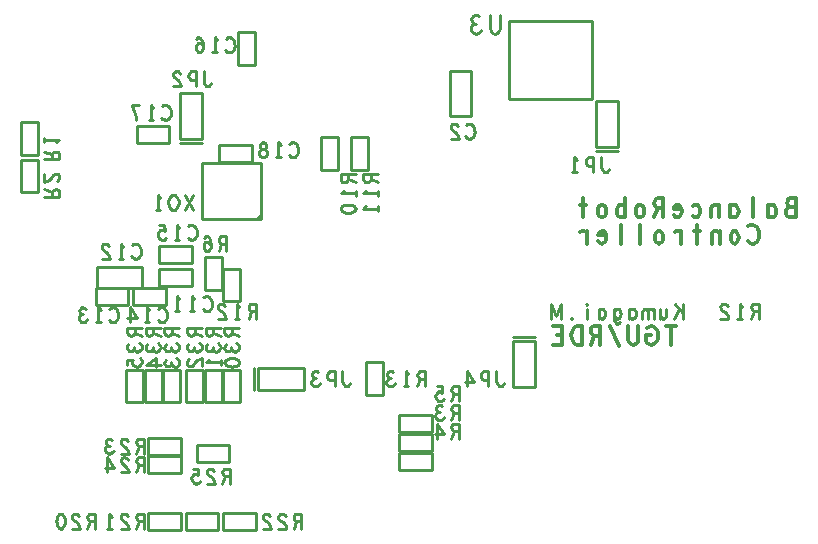
<source format=gbo>
G04 ================== begin FILE IDENTIFICATION RECORD ==================*
G04 Layout Name:  C:/HOME/KUMAGAI/DEVELOP/ORCAD/BALANCECONT_R12/allegro/BalanceCont.brd*
G04 Film Name:    GB_BalanceCont.GBO*
G04 File Format:  Gerber RS274X*
G04 File Origin:  Cadence Allegro 16.6-S014*
G04 Origin Date:  Thu Feb 25 10:40:31 2016*
G04 *
G04 Layer:  USER PART NUMBER/SILKSCREEN_BOTTOM*
G04 Layer:  TOLERANCE/SILKSCREEN_BOTTOM*
G04 Layer:  REF DES/SILKSCREEN_BOTTOM*
G04 Layer:  PACKAGE GEOMETRY/SILKSCREEN_BOTTOM*
G04 Layer:  DEVICE TYPE/SILKSCREEN_BOTTOM*
G04 Layer:  COMPONENT VALUE/SILKSCREEN_BOTTOM*
G04 Layer:  BOARD GEOMETRY/SILKSCREEN_BOTTOM*
G04 *
G04 Offset:    (0.0000 0.0000)*
G04 Mirror:    No*
G04 Mode:      Positive*
G04 Rotation:  0*
G04 FullContactRelief:  No*
G04 UndefLineWidth:     0.0000*
G04 ================== end FILE IDENTIFICATION RECORD ====================*
%FSLAX25Y25*MOMM*%
%IR0*IPPOS*OFA0.00000B0.00000*MIA0B0*SFA1.00000B1.00000*%
%ADD10C,.305*%
%ADD11C,.254*%
G75*
%LPD*%
G75*
G54D10*
G01X2385060Y-443230D02*
Y-603250D01*
G01X2430820Y-443230D02*
X2339300D01*
G01X2213100Y-523240D02*
X2173310D01*
Y-571250D01*
X2185250Y-587250D01*
X2199170Y-597920D01*
X2219070Y-603250D01*
X2238970Y-597920D01*
X2252890Y-587250D01*
X2264830Y-571250D01*
X2272790Y-552580D01*
X2276770Y-531240D01*
Y-512570D01*
X2272790Y-496570D01*
X2264830Y-477900D01*
X2252890Y-461900D01*
X2240960Y-451230D01*
X2225040Y-443230D01*
X2211110D01*
X2195200Y-448560D01*
X2183260Y-459230D01*
G01X2108790Y-443230D02*
Y-557910D01*
X2100840Y-581920D01*
X2084920Y-597920D01*
X2065020Y-603250D01*
X2045120Y-597920D01*
X2029200Y-581920D01*
X2021250Y-557910D01*
Y-443230D01*
G01X1940820Y-608580D02*
X1869180Y-443230D01*
G01X1784770Y-603250D02*
Y-443230D01*
X1735030D01*
X1719110Y-451230D01*
X1709160Y-461900D01*
X1705190Y-483240D01*
X1709160Y-504570D01*
X1721100Y-517900D01*
X1735030Y-525910D01*
X1784770D01*
G01X1735030D02*
X1705190Y-603250D01*
G01X1628730D02*
Y-443230D01*
X1588940D01*
X1573020Y-451230D01*
X1561080Y-461900D01*
X1551130Y-477900D01*
X1543180Y-496570D01*
X1541190Y-523240D01*
X1543180Y-549910D01*
X1551130Y-568580D01*
X1561080Y-584580D01*
X1573020Y-595250D01*
X1588940Y-603250D01*
X1628730D01*
G01X1385150D02*
X1464730D01*
Y-443230D01*
X1385150D01*
G01X1416980Y-520570D02*
X1464730D01*
G01X3385140Y561600D02*
X3377180Y569590D01*
X3371220Y582930D01*
X3367230Y601600D01*
X3371220Y617600D01*
X3379170Y628270D01*
X3393100Y636270D01*
X3446820D01*
Y476250D01*
X3381160D01*
X3367230Y486920D01*
X3359280Y502920D01*
X3355300Y521590D01*
X3359280Y540250D01*
X3371220Y556260D01*
X3385140Y561600D01*
X3446820D01*
G01X3205220Y476250D02*
Y582930D01*
G01Y564260D02*
X3213190Y574930D01*
X3225120Y580260D01*
X3239050Y582930D01*
X3252980Y577590D01*
X3264920Y566930D01*
X3272880Y550920D01*
X3276860Y529590D01*
X3272880Y508250D01*
X3264920Y492250D01*
X3252980Y481580D01*
X3239050Y476250D01*
X3225120Y478920D01*
X3213190Y486920D01*
X3205220Y497580D01*
G01X3081020Y476250D02*
Y636270D01*
G01X2885180Y476250D02*
Y582930D01*
G01Y564260D02*
X2893150Y574930D01*
X2905080Y580260D01*
X2919010Y582930D01*
X2932940Y577590D01*
X2944880Y566930D01*
X2952840Y550920D01*
X2956820Y529590D01*
X2952840Y508250D01*
X2944880Y492250D01*
X2932940Y481580D01*
X2919010Y476250D01*
X2905080Y478920D01*
X2893150Y486920D01*
X2885180Y497580D01*
G01X2794810Y476250D02*
Y582930D01*
G01Y556260D02*
X2786850Y569590D01*
X2774910Y580260D01*
X2758990Y582930D01*
X2745060Y580260D01*
X2733130Y569590D01*
X2727150Y550920D01*
Y476250D01*
G01X2569130Y569590D02*
X2583050Y580260D01*
X2594990Y582930D01*
X2610910Y577590D01*
X2622850Y566930D01*
X2630800Y548260D01*
X2632800Y529590D01*
X2630800Y510920D01*
X2622850Y494920D01*
X2610910Y481580D01*
X2594990Y476250D01*
X2581060Y481580D01*
X2569130Y492250D01*
G01X2470780Y548260D02*
X2407110D01*
X2413090Y566930D01*
X2423030Y577590D01*
X2436960Y582930D01*
X2450890Y580260D01*
X2462830Y572260D01*
X2470780Y553590D01*
X2474770Y537590D01*
Y521590D01*
X2470780Y505590D01*
X2460840Y489580D01*
X2448900Y478920D01*
X2434970Y476250D01*
X2421040Y481580D01*
X2407110Y497580D01*
G01X2320710Y476250D02*
Y636270D01*
X2270970D01*
X2255050Y628270D01*
X2245100Y617600D01*
X2241130Y596260D01*
X2245100Y574930D01*
X2257040Y561600D01*
X2270970Y553590D01*
X2320710D01*
G01X2270970D02*
X2241130Y476250D01*
G01X2120900D02*
X2132840Y478920D01*
X2144780Y489580D01*
X2152740Y508250D01*
X2156720Y529590D01*
X2152740Y550920D01*
X2144780Y569590D01*
X2132840Y580260D01*
X2120900Y582930D01*
X2108960Y580260D01*
X2097020Y569590D01*
X2089070Y550920D01*
X2087070Y529590D01*
X2089070Y508250D01*
X2097020Y489580D01*
X2108960Y478920D01*
X2120900Y476250D01*
G01X1996700D02*
Y636270D01*
G01Y556260D02*
X1986750Y572260D01*
X1974810Y580260D01*
X1962870Y582930D01*
X1944960Y577590D01*
X1933030Y566930D01*
X1925060Y548260D01*
Y526920D01*
X1929050Y505590D01*
X1937000Y489580D01*
X1950930Y478920D01*
X1962870Y476250D01*
X1974810Y478920D01*
X1986750Y486920D01*
X1996700Y500250D01*
G01X1800860Y476250D02*
X1812800Y478920D01*
X1824740Y489580D01*
X1832700Y508250D01*
X1836680Y529590D01*
X1832700Y550920D01*
X1824740Y569590D01*
X1812800Y580260D01*
X1800860Y582930D01*
X1788920Y580260D01*
X1776980Y569590D01*
X1769030Y550920D01*
X1767030Y529590D01*
X1769030Y508250D01*
X1776980Y489580D01*
X1788920Y478920D01*
X1800860Y476250D01*
G01X1640840Y636270D02*
Y476250D01*
G01X1668690Y582930D02*
X1612990D01*
G01X3039790Y400680D02*
X3051730Y408690D01*
X3065650Y414020D01*
X3081570D01*
X3099480Y406020D01*
X3113400Y392680D01*
X3123350Y376680D01*
X3131310Y350010D01*
X3133300Y326010D01*
X3129320Y302010D01*
X3123350Y286000D01*
X3111410Y270000D01*
X3097490Y259330D01*
X3083560Y254000D01*
X3069630D01*
X3055710Y259330D01*
X3043770Y267330D01*
X3033820Y278000D01*
G01X2923540Y254000D02*
X2935480Y256670D01*
X2947420Y267330D01*
X2955380Y286000D01*
X2959360Y307340D01*
X2955380Y328670D01*
X2947420Y347340D01*
X2935480Y358010D01*
X2923540Y360680D01*
X2911600Y358010D01*
X2899660Y347340D01*
X2891710Y328670D01*
X2889710Y307340D01*
X2891710Y286000D01*
X2899660Y267330D01*
X2911600Y256670D01*
X2923540Y254000D01*
G01X2797350D02*
Y360680D01*
G01Y334010D02*
X2789390Y347340D01*
X2777450Y358010D01*
X2761530Y360680D01*
X2747600Y358010D01*
X2735670Y347340D01*
X2729690Y328670D01*
Y254000D01*
G01X2603500Y414020D02*
Y254000D01*
G01X2631350Y360680D02*
X2575650D01*
G01X2471330Y254000D02*
Y360680D01*
G01Y339350D02*
X2461390Y350010D01*
X2451440Y358010D01*
X2437510Y360680D01*
X2427560Y358010D01*
X2415630Y350010D01*
G01X2283460Y254000D02*
X2295400Y256670D01*
X2307340Y267330D01*
X2315300Y286000D01*
X2319280Y307340D01*
X2315300Y328670D01*
X2307340Y347340D01*
X2295400Y358010D01*
X2283460Y360680D01*
X2271520Y358010D01*
X2259580Y347340D01*
X2251630Y328670D01*
X2249630Y307340D01*
X2251630Y286000D01*
X2259580Y267330D01*
X2271520Y256670D01*
X2283460Y254000D01*
G01X2123440D02*
Y414020D01*
G01X1963420Y254000D02*
Y414020D01*
G01X1833240Y326010D02*
X1769570D01*
X1775550Y344680D01*
X1785490Y355340D01*
X1799420Y360680D01*
X1813350Y358010D01*
X1825290Y350010D01*
X1833240Y331340D01*
X1837230Y315340D01*
Y299340D01*
X1833240Y283340D01*
X1823300Y267330D01*
X1811360Y256670D01*
X1797430Y254000D01*
X1783500Y259330D01*
X1769570Y275330D01*
G01X1671230Y254000D02*
Y360680D01*
G01Y339350D02*
X1661290Y350010D01*
X1651340Y358010D01*
X1637410Y360680D01*
X1627460Y358010D01*
X1615530Y350010D01*
G54D11*
G01X-2492590Y-2159000D02*
Y-2032000D01*
X-2532800D01*
X-2545670Y-2038350D01*
X-2553720Y-2046820D01*
X-2556930Y-2063750D01*
X-2553720Y-2080680D01*
X-2544060Y-2091270D01*
X-2532800Y-2097620D01*
X-2492590D01*
G01X-2532800D02*
X-2556930Y-2159000D01*
G01X-2623730Y-2053170D02*
X-2633390Y-2040470D01*
X-2644650Y-2034120D01*
X-2657520Y-2032000D01*
X-2673600Y-2036230D01*
X-2684870Y-2046820D01*
X-2688080Y-2059510D01*
X-2686470Y-2072220D01*
X-2680040Y-2082800D01*
X-2647870Y-2103970D01*
X-2633390Y-2118780D01*
X-2623730Y-2139950D01*
X-2620520Y-2159000D01*
X-2688080D01*
G01X-2783840Y-2032000D02*
X-2770970Y-2036230D01*
X-2761320Y-2046820D01*
X-2754880Y-2059510D01*
X-2750060Y-2076450D01*
X-2748450Y-2095500D01*
X-2750060Y-2114550D01*
X-2754880Y-2131490D01*
X-2761320Y-2144190D01*
X-2770970Y-2154770D01*
X-2783840Y-2159000D01*
X-2796710Y-2154770D01*
X-2806360Y-2144190D01*
X-2812800Y-2131490D01*
X-2817620Y-2114550D01*
X-2819230Y-2095500D01*
X-2817620Y-2076450D01*
X-2812800Y-2059510D01*
X-2806360Y-2046820D01*
X-2796710Y-2036230D01*
X-2783840Y-2032000D01*
G01X-2079840Y-2159000D02*
Y-2032000D01*
X-2120050D01*
X-2132920Y-2038350D01*
X-2140970Y-2046820D01*
X-2144180Y-2063750D01*
X-2140970Y-2080680D01*
X-2131310Y-2091270D01*
X-2120050Y-2097620D01*
X-2079840D01*
G01X-2120050D02*
X-2144180Y-2159000D01*
G01X-2210980Y-2053170D02*
X-2220640Y-2040470D01*
X-2231900Y-2034120D01*
X-2244770Y-2032000D01*
X-2260850Y-2036230D01*
X-2272120Y-2046820D01*
X-2275330Y-2059510D01*
X-2273720Y-2072220D01*
X-2267290Y-2082800D01*
X-2235120Y-2103970D01*
X-2220640Y-2118780D01*
X-2210980Y-2139950D01*
X-2207770Y-2159000D01*
X-2275330D01*
G01X-2371090D02*
Y-2032000D01*
X-2351790Y-2057400D01*
G01Y-2159000D02*
X-2390390D01*
G01X-2079840Y-1682750D02*
Y-1555750D01*
X-2120050D01*
X-2132920Y-1562100D01*
X-2140970Y-1570570D01*
X-2144180Y-1587500D01*
X-2140970Y-1604430D01*
X-2131310Y-1615020D01*
X-2120050Y-1621370D01*
X-2079840D01*
G01X-2120050D02*
X-2144180Y-1682750D01*
G01X-2210980Y-1576920D02*
X-2220640Y-1564220D01*
X-2231900Y-1557870D01*
X-2244770Y-1555750D01*
X-2260850Y-1559980D01*
X-2272120Y-1570570D01*
X-2275330Y-1583260D01*
X-2273720Y-1595970D01*
X-2267290Y-1606550D01*
X-2235120Y-1627720D01*
X-2220640Y-1642530D01*
X-2210980Y-1663700D01*
X-2207770Y-1682750D01*
X-2275330D01*
G01X-2390390D02*
Y-1555750D01*
X-2330870Y-1646770D01*
X-2411310D01*
G01X-2079840Y-1524000D02*
Y-1397000D01*
X-2120050D01*
X-2132920Y-1403350D01*
X-2140970Y-1411820D01*
X-2144180Y-1428750D01*
X-2140970Y-1445680D01*
X-2131310Y-1456270D01*
X-2120050Y-1462620D01*
X-2079840D01*
G01X-2120050D02*
X-2144180Y-1524000D01*
G01X-2210980Y-1418170D02*
X-2220640Y-1405470D01*
X-2231900Y-1399120D01*
X-2244770Y-1397000D01*
X-2260850Y-1401230D01*
X-2272120Y-1411820D01*
X-2275330Y-1424510D01*
X-2273720Y-1437220D01*
X-2267290Y-1447800D01*
X-2235120Y-1468970D01*
X-2220640Y-1483780D01*
X-2210980Y-1504950D01*
X-2207770Y-1524000D01*
X-2275330D01*
G01X-2335700Y-1498600D02*
X-2345350Y-1513420D01*
X-2358220Y-1521880D01*
X-2372700Y-1524000D01*
X-2385570Y-1521880D01*
X-2398440Y-1511300D01*
X-2406480Y-1498600D01*
X-2408090Y-1485900D01*
X-2404870Y-1471090D01*
X-2393610Y-1460500D01*
X-2382350Y-1456270D01*
X-2367870D01*
G01X-2382350D02*
X-2392000Y-1449920D01*
X-2400050Y-1439340D01*
X-2403260Y-1426630D01*
X-2400050Y-1413930D01*
X-2392000Y-1403350D01*
X-2377520Y-1397000D01*
X-2363050Y-1399120D01*
X-2348570Y-1407580D01*
G01X-2479040Y54610D02*
X-2092960D01*
Y-118110D01*
X-2479040D01*
Y54610D01*
G01X-2369650Y-296330D02*
X-2360000Y-289980D01*
X-2348740Y-285750D01*
X-2335870D01*
X-2321390Y-292100D01*
X-2310130Y-302680D01*
X-2302090Y-315380D01*
X-2295650Y-336550D01*
X-2294040Y-355600D01*
X-2297260Y-374650D01*
X-2302090Y-387350D01*
X-2311740Y-400050D01*
X-2323000Y-408520D01*
X-2334260Y-412750D01*
X-2345520D01*
X-2356780Y-408520D01*
X-2366430Y-402170D01*
X-2374480Y-393700D01*
G01X-2463800Y-412750D02*
Y-285750D01*
X-2444500Y-311150D01*
G01Y-412750D02*
X-2483100D01*
G01X-2557950Y-387350D02*
X-2567600Y-402170D01*
X-2580470Y-410630D01*
X-2594950Y-412750D01*
X-2607820Y-410630D01*
X-2620690Y-400050D01*
X-2628730Y-387350D01*
X-2630340Y-374650D01*
X-2627120Y-359840D01*
X-2615860Y-349250D01*
X-2604600Y-345020D01*
X-2590120D01*
G01X-2604600D02*
X-2614250Y-338670D01*
X-2622300Y-328090D01*
X-2625510Y-315380D01*
X-2622300Y-302680D01*
X-2614250Y-292100D01*
X-2599770Y-285750D01*
X-2585300Y-287870D01*
X-2570820Y-296330D01*
G01X-2486660Y-119380D02*
X-2212340D01*
Y-261620D01*
X-2486660D01*
Y-119380D01*
G01X-2179150Y243420D02*
X-2169500Y249770D01*
X-2158240Y254000D01*
X-2145370D01*
X-2130890Y247650D01*
X-2119630Y237070D01*
X-2111590Y224370D01*
X-2105150Y203200D01*
X-2103540Y184150D01*
X-2106760Y165100D01*
X-2111590Y152400D01*
X-2121240Y139700D01*
X-2132500Y131230D01*
X-2143760Y127000D01*
X-2155020D01*
X-2166280Y131230D01*
X-2175930Y137580D01*
X-2183980Y146050D01*
G01X-2273300Y127000D02*
Y254000D01*
X-2254000Y228600D01*
G01Y127000D02*
X-2292600D01*
G01X-2372270Y232830D02*
X-2381930Y245530D01*
X-2393190Y251880D01*
X-2406060Y254000D01*
X-2422140Y249770D01*
X-2433410Y239180D01*
X-2436620Y226490D01*
X-2435010Y213780D01*
X-2428580Y203200D01*
X-2396410Y182030D01*
X-2381930Y167220D01*
X-2372270Y146050D01*
X-2369060Y127000D01*
X-2436620D01*
G01X-2921000Y651090D02*
X-2794000D01*
Y691300D01*
X-2800350Y704170D01*
X-2808820Y712220D01*
X-2825750Y715430D01*
X-2842680Y712220D01*
X-2853270Y702560D01*
X-2859620Y691300D01*
Y651090D01*
G01Y691300D02*
X-2921000Y715430D01*
G01X-2815170Y782230D02*
X-2802470Y791890D01*
X-2796120Y803150D01*
X-2794000Y816020D01*
X-2798230Y832100D01*
X-2808820Y843370D01*
X-2821510Y846580D01*
X-2834220Y844970D01*
X-2844800Y838540D01*
X-2865970Y806370D01*
X-2880780Y791890D01*
X-2901950Y782230D01*
X-2921000Y779020D01*
Y846580D01*
G01Y968590D02*
X-2794000D01*
Y1008800D01*
X-2800350Y1021670D01*
X-2808820Y1029720D01*
X-2825750Y1032930D01*
X-2842680Y1029720D01*
X-2853270Y1020060D01*
X-2859620Y1008800D01*
Y968590D01*
G01Y1008800D02*
X-2921000Y1032930D01*
G01Y1130300D02*
X-2794000D01*
X-2819400Y1111000D01*
G01X-2921000D02*
Y1149600D01*
G01X-2976880Y1280160D02*
Y1005840D01*
X-3119120D01*
Y1280160D01*
X-2976880D01*
G01X-3119120Y688340D02*
Y962660D01*
X-2976880D01*
Y688340D01*
X-3119120D01*
G01X-1767840Y-2166620D02*
X-2042160D01*
Y-2024380D01*
X-1767840D01*
Y-2166620D01*
G01X-1450340D02*
X-1724660D01*
Y-2024380D01*
X-1450340D01*
Y-2166620D01*
G01X-2042160Y-1548130D02*
X-1767840D01*
Y-1690370D01*
X-2042160D01*
Y-1548130D01*
G01X-1349590Y-1778000D02*
Y-1651000D01*
X-1389800D01*
X-1402670Y-1657350D01*
X-1410720Y-1665820D01*
X-1413930Y-1682750D01*
X-1410720Y-1699680D01*
X-1401060Y-1710270D01*
X-1389800Y-1716620D01*
X-1349590D01*
G01X-1389800D02*
X-1413930Y-1778000D01*
G01X-1480730Y-1672170D02*
X-1490390Y-1659470D01*
X-1501650Y-1653120D01*
X-1514520Y-1651000D01*
X-1530600Y-1655230D01*
X-1541870Y-1665820D01*
X-1545080Y-1678510D01*
X-1543470Y-1691220D01*
X-1537040Y-1701800D01*
X-1504870Y-1722970D01*
X-1490390Y-1737780D01*
X-1480730Y-1758950D01*
X-1477520Y-1778000D01*
X-1545080D01*
G01X-1605450Y-1758950D02*
X-1615100Y-1769540D01*
X-1626360Y-1775880D01*
X-1640840Y-1778000D01*
X-1655320Y-1773770D01*
X-1666580Y-1765300D01*
X-1674620Y-1750490D01*
X-1676230Y-1733550D01*
X-1673010Y-1716620D01*
X-1664970Y-1706030D01*
X-1653710Y-1697570D01*
X-1642450Y-1695450D01*
X-1631190Y-1697570D01*
X-1616710Y-1706030D01*
X-1621540Y-1651000D01*
X-1664970D01*
G01X-1767840Y-1531620D02*
X-2042160D01*
Y-1389380D01*
X-1767840D01*
Y-1531620D01*
G01X-1629410Y-1452880D02*
X-1355090D01*
Y-1595120D01*
X-1629410D01*
Y-1452880D01*
G01X-1579880Y-815340D02*
Y-1089660D01*
X-1722120D01*
Y-815340D01*
X-1579880D01*
G01X-1770380D02*
Y-1089660D01*
X-1912620D01*
Y-815340D01*
X-1770380D01*
G01X-1929130D02*
Y-1089660D01*
X-2071370D01*
Y-815340D01*
X-1929130D01*
G01X-2087880D02*
Y-1089660D01*
X-2230120D01*
Y-815340D01*
X-2087880D01*
G01X-1587500Y-460590D02*
X-1714500D01*
Y-500800D01*
X-1708150Y-513670D01*
X-1699680Y-521720D01*
X-1682750Y-524930D01*
X-1665820Y-521720D01*
X-1655230Y-512060D01*
X-1648880Y-500800D01*
Y-460590D01*
G01Y-500800D02*
X-1587500Y-524930D01*
G01X-1612900Y-586910D02*
X-1598080Y-596560D01*
X-1589620Y-609430D01*
X-1587500Y-623910D01*
X-1589620Y-636780D01*
X-1600200Y-649650D01*
X-1612900Y-657690D01*
X-1625600Y-659300D01*
X-1640410Y-656080D01*
X-1651000Y-644820D01*
X-1655230Y-633560D01*
Y-619080D01*
G01Y-633560D02*
X-1661580Y-643210D01*
X-1672160Y-651260D01*
X-1684870Y-654470D01*
X-1697570Y-651260D01*
X-1708150Y-643210D01*
X-1714500Y-628730D01*
X-1712380Y-614260D01*
X-1703920Y-599780D01*
G01X-1693330Y-721270D02*
X-1706030Y-730930D01*
X-1712380Y-742190D01*
X-1714500Y-755060D01*
X-1710270Y-771140D01*
X-1699680Y-782410D01*
X-1686990Y-785620D01*
X-1674280Y-784010D01*
X-1663700Y-777580D01*
X-1642530Y-745410D01*
X-1627720Y-730930D01*
X-1606550Y-721270D01*
X-1587500Y-718060D01*
Y-785620D01*
G01X-1778000Y-460590D02*
X-1905000D01*
Y-500800D01*
X-1898650Y-513670D01*
X-1890180Y-521720D01*
X-1873250Y-524930D01*
X-1856320Y-521720D01*
X-1845730Y-512060D01*
X-1839380Y-500800D01*
Y-460590D01*
G01Y-500800D02*
X-1778000Y-524930D01*
G01X-1803400Y-586910D02*
X-1788580Y-596560D01*
X-1780120Y-609430D01*
X-1778000Y-623910D01*
X-1780120Y-636780D01*
X-1790700Y-649650D01*
X-1803400Y-657690D01*
X-1816100Y-659300D01*
X-1830910Y-656080D01*
X-1841500Y-644820D01*
X-1845730Y-633560D01*
Y-619080D01*
G01Y-633560D02*
X-1852080Y-643210D01*
X-1862660Y-651260D01*
X-1875370Y-654470D01*
X-1888070Y-651260D01*
X-1898650Y-643210D01*
X-1905000Y-628730D01*
X-1902880Y-614260D01*
X-1894420Y-599780D01*
G01X-1803400Y-716450D02*
X-1788580Y-726100D01*
X-1780120Y-738970D01*
X-1778000Y-753450D01*
X-1780120Y-766320D01*
X-1790700Y-779190D01*
X-1803400Y-787230D01*
X-1816100Y-788840D01*
X-1830910Y-785620D01*
X-1841500Y-774360D01*
X-1845730Y-763100D01*
Y-748620D01*
G01Y-763100D02*
X-1852080Y-772750D01*
X-1862660Y-780800D01*
X-1875370Y-784010D01*
X-1888070Y-780800D01*
X-1898650Y-772750D01*
X-1905000Y-758270D01*
X-1902880Y-743800D01*
X-1894420Y-729320D01*
G01X-1936750Y-460590D02*
X-2063750D01*
Y-500800D01*
X-2057400Y-513670D01*
X-2048930Y-521720D01*
X-2032000Y-524930D01*
X-2015070Y-521720D01*
X-2004480Y-512060D01*
X-1998130Y-500800D01*
Y-460590D01*
G01Y-500800D02*
X-1936750Y-524930D01*
G01X-1962150Y-586910D02*
X-1947330Y-596560D01*
X-1938870Y-609430D01*
X-1936750Y-623910D01*
X-1938870Y-636780D01*
X-1949450Y-649650D01*
X-1962150Y-657690D01*
X-1974850Y-659300D01*
X-1989660Y-656080D01*
X-2000250Y-644820D01*
X-2004480Y-633560D01*
Y-619080D01*
G01Y-633560D02*
X-2010830Y-643210D01*
X-2021410Y-651260D01*
X-2034120Y-654470D01*
X-2046820Y-651260D01*
X-2057400Y-643210D01*
X-2063750Y-628730D01*
X-2061630Y-614260D01*
X-2053170Y-599780D01*
G01X-1936750Y-771140D02*
X-2063750D01*
X-1972730Y-711620D01*
Y-792060D01*
G01X-2095500Y-460590D02*
X-2222500D01*
Y-500800D01*
X-2216150Y-513670D01*
X-2207680Y-521720D01*
X-2190750Y-524930D01*
X-2173820Y-521720D01*
X-2163230Y-512060D01*
X-2156880Y-500800D01*
Y-460590D01*
G01Y-500800D02*
X-2095500Y-524930D01*
G01X-2120900Y-586910D02*
X-2106080Y-596560D01*
X-2097620Y-609430D01*
X-2095500Y-623910D01*
X-2097620Y-636780D01*
X-2108200Y-649650D01*
X-2120900Y-657690D01*
X-2133600Y-659300D01*
X-2148410Y-656080D01*
X-2159000Y-644820D01*
X-2163230Y-633560D01*
Y-619080D01*
G01Y-633560D02*
X-2169580Y-643210D01*
X-2180160Y-651260D01*
X-2192870Y-654470D01*
X-2205570Y-651260D01*
X-2216150Y-643210D01*
X-2222500Y-628730D01*
X-2220380Y-614260D01*
X-2211920Y-599780D01*
G01X-2114550Y-716450D02*
X-2103960Y-726100D01*
X-2097620Y-737360D01*
X-2095500Y-751840D01*
X-2099730Y-766320D01*
X-2108200Y-777580D01*
X-2123010Y-785620D01*
X-2139950Y-787230D01*
X-2156880Y-784010D01*
X-2167470Y-775970D01*
X-2175930Y-764710D01*
X-2178050Y-753450D01*
X-2175930Y-742190D01*
X-2167470Y-727710D01*
X-2222500Y-732540D01*
Y-775970D01*
G01X-1956900Y-296330D02*
X-1947250Y-289980D01*
X-1935990Y-285750D01*
X-1923120D01*
X-1908640Y-292100D01*
X-1897380Y-302680D01*
X-1889340Y-315380D01*
X-1882900Y-336550D01*
X-1881290Y-355600D01*
X-1884510Y-374650D01*
X-1889340Y-387350D01*
X-1898990Y-400050D01*
X-1910250Y-408520D01*
X-1921510Y-412750D01*
X-1932770D01*
X-1944030Y-408520D01*
X-1953680Y-402170D01*
X-1961730Y-393700D01*
G01X-2051050Y-412750D02*
Y-285750D01*
X-2031750Y-311150D01*
G01Y-412750D02*
X-2070350D01*
G01X-2199890D02*
Y-285750D01*
X-2140370Y-376770D01*
X-2220810D01*
G01X-1894840Y-261620D02*
X-2169160D01*
Y-119380D01*
X-1894840D01*
Y-261620D01*
G01X-1575900Y-201080D02*
X-1566250Y-194730D01*
X-1554990Y-190500D01*
X-1542120D01*
X-1527640Y-196850D01*
X-1516380Y-207430D01*
X-1508340Y-220130D01*
X-1501900Y-241300D01*
X-1500290Y-260350D01*
X-1503510Y-279400D01*
X-1508340Y-292100D01*
X-1517990Y-304800D01*
X-1529250Y-313270D01*
X-1540510Y-317500D01*
X-1551770D01*
X-1563030Y-313270D01*
X-1572680Y-306920D01*
X-1580730Y-298450D01*
G01X-1670050Y-317500D02*
Y-190500D01*
X-1650750Y-215900D01*
G01Y-317500D02*
X-1689350D01*
G01X-1799590D02*
Y-190500D01*
X-1780290Y-215900D01*
G01Y-317500D02*
X-1818890D01*
G01X-1672590Y-102870D02*
X-1946910D01*
Y39370D01*
X-1672590D01*
Y-102870D01*
G01X-1702900Y402170D02*
X-1693250Y408520D01*
X-1681990Y412750D01*
X-1669120D01*
X-1654640Y406400D01*
X-1643380Y395820D01*
X-1635340Y383120D01*
X-1628900Y361950D01*
X-1627290Y342900D01*
X-1630510Y323850D01*
X-1635340Y311150D01*
X-1644990Y298450D01*
X-1656250Y289980D01*
X-1667510Y285750D01*
X-1678770D01*
X-1690030Y289980D01*
X-1699680Y296330D01*
X-1707730Y304800D01*
G01X-1797050Y285750D02*
Y412750D01*
X-1777750Y387350D01*
G01Y285750D02*
X-1816350D01*
G01X-1891200Y304800D02*
X-1900850Y294210D01*
X-1912110Y287870D01*
X-1926590Y285750D01*
X-1941070Y289980D01*
X-1952330Y298450D01*
X-1960370Y313260D01*
X-1961980Y330200D01*
X-1958760Y347130D01*
X-1950720Y357720D01*
X-1939460Y366180D01*
X-1928200Y368300D01*
X-1916940Y366180D01*
X-1902460Y357720D01*
X-1907290Y412750D01*
X-1950720D01*
G01X-1672590Y87630D02*
X-1946910D01*
Y229870D01*
X-1672590D01*
Y87630D01*
G01X-1665480Y539750D02*
X-1733040Y666750D01*
G01X-1665480D02*
X-1733040Y539750D01*
G01X-1828800D02*
X-1815930Y541870D01*
X-1804670Y550330D01*
X-1795020Y563030D01*
X-1788580Y577850D01*
X-1785360Y594780D01*
Y611720D01*
X-1788580Y628650D01*
X-1795020Y643470D01*
X-1804670Y656170D01*
X-1815930Y664630D01*
X-1828800Y666750D01*
X-1841670Y664630D01*
X-1852930Y656170D01*
X-1862580Y643470D01*
X-1869020Y628650D01*
X-1872240Y611720D01*
Y594780D01*
X-1869020Y577850D01*
X-1862580Y563030D01*
X-1852930Y550330D01*
X-1841670Y541870D01*
X-1828800Y539750D01*
G01X-1958340D02*
Y666750D01*
X-1939040Y641350D01*
G01Y539750D02*
X-1977640D01*
G01X-1776730Y1104900D02*
X-1588770D01*
G01X-1776730Y1137920D02*
Y1529080D01*
X-1588770D01*
Y1137920D01*
X-1776730D01*
G01X-1925150Y1418170D02*
X-1915500Y1424520D01*
X-1904240Y1428750D01*
X-1891370D01*
X-1876890Y1422400D01*
X-1865630Y1411820D01*
X-1857590Y1399120D01*
X-1851150Y1377950D01*
X-1849540Y1358900D01*
X-1852760Y1339850D01*
X-1857590Y1327150D01*
X-1867240Y1314450D01*
X-1878500Y1305980D01*
X-1889760Y1301750D01*
X-1901020D01*
X-1912280Y1305980D01*
X-1921930Y1312330D01*
X-1929980Y1320800D01*
G01X-2019300Y1301750D02*
Y1428750D01*
X-2000000Y1403350D01*
G01Y1301750D02*
X-2038600D01*
G01X-2145620D02*
X-2148840Y1329260D01*
X-2153670Y1352550D01*
X-2160100Y1373720D01*
X-2168140Y1397000D01*
X-2181010Y1428750D01*
X-2116670D01*
G01X-1863090Y1103630D02*
X-2137410D01*
Y1245870D01*
X-1863090D01*
Y1103630D01*
G01X-1508340Y1612900D02*
X-1516380Y1600200D01*
X-1526030Y1591730D01*
X-1537290Y1587500D01*
X-1550160Y1591730D01*
X-1559810Y1600200D01*
X-1569470Y1612900D01*
X-1572680Y1629830D01*
Y1714500D01*
G01X-1637880Y1587500D02*
Y1714500D01*
X-1676480D01*
X-1689350Y1708150D01*
X-1699010Y1693330D01*
X-1702220Y1676400D01*
X-1699010Y1659470D01*
X-1690960Y1646770D01*
X-1676480Y1640410D01*
X-1637880D01*
G01X-1769020Y1693330D02*
X-1778680Y1706030D01*
X-1789940Y1712380D01*
X-1802810Y1714500D01*
X-1818890Y1710270D01*
X-1830160Y1699680D01*
X-1833370Y1686990D01*
X-1831760Y1674280D01*
X-1825330Y1663700D01*
X-1793160Y1642530D01*
X-1778680Y1627720D01*
X-1769020Y1606550D01*
X-1765810Y1587500D01*
X-1833370D01*
G01X-1385400Y1989670D02*
X-1375750Y1996020D01*
X-1364490Y2000250D01*
X-1351620D01*
X-1337140Y1993900D01*
X-1325880Y1983320D01*
X-1317840Y1970620D01*
X-1311400Y1949450D01*
X-1309790Y1930400D01*
X-1313010Y1911350D01*
X-1317840Y1898650D01*
X-1327490Y1885950D01*
X-1338750Y1877480D01*
X-1350010Y1873250D01*
X-1361270D01*
X-1372530Y1877480D01*
X-1382180Y1883830D01*
X-1390230Y1892300D01*
G01X-1479550Y1873250D02*
Y2000250D01*
X-1460250Y1974850D01*
G01Y1873250D02*
X-1498850D01*
G01X-1578520Y1926160D02*
X-1589790Y1940980D01*
X-1599440Y1949450D01*
X-1612310Y1953680D01*
X-1623570Y1949450D01*
X-1631610Y1940980D01*
X-1638050Y1928280D01*
X-1639660Y1913470D01*
X-1638050Y1900760D01*
X-1631610Y1888060D01*
X-1621960Y1877480D01*
X-1610700Y1873250D01*
X-1597830Y1877480D01*
X-1586570Y1890180D01*
X-1580130Y1909230D01*
X-1578520Y1930400D01*
X-1581740Y1957910D01*
X-1586570Y1972740D01*
X-1594610Y1987550D01*
X-1605870Y1998130D01*
X-1617130Y2000250D01*
X-1628390Y1996020D01*
X-1636440Y1985430D01*
G01X-746340Y-2159000D02*
Y-2032000D01*
X-786550D01*
X-799420Y-2038350D01*
X-807470Y-2046820D01*
X-810680Y-2063750D01*
X-807470Y-2080680D01*
X-797810Y-2091270D01*
X-786550Y-2097620D01*
X-746340D01*
G01X-786550D02*
X-810680Y-2159000D01*
G01X-877480Y-2053170D02*
X-887140Y-2040470D01*
X-898400Y-2034120D01*
X-911270Y-2032000D01*
X-927350Y-2036230D01*
X-938620Y-2046820D01*
X-941830Y-2059510D01*
X-940220Y-2072220D01*
X-933790Y-2082800D01*
X-901620Y-2103970D01*
X-887140Y-2118780D01*
X-877480Y-2139950D01*
X-874270Y-2159000D01*
X-941830D01*
G01X-1007020Y-2053170D02*
X-1016680Y-2040470D01*
X-1027940Y-2034120D01*
X-1040810Y-2032000D01*
X-1056890Y-2036230D01*
X-1068160Y-2046820D01*
X-1071370Y-2059510D01*
X-1069760Y-2072220D01*
X-1063330Y-2082800D01*
X-1031160Y-2103970D01*
X-1016680Y-2118780D01*
X-1007020Y-2139950D01*
X-1003810Y-2159000D01*
X-1071370D01*
G01X-1132840Y-2166620D02*
X-1407160D01*
Y-2024380D01*
X-1132840D01*
Y-2166620D01*
G01X-1149350Y-795020D02*
Y-982980D01*
G01X-1116330Y-795020D02*
X-725170D01*
Y-982980D01*
X-1116330D01*
Y-795020D01*
G01X-1262380Y-815340D02*
Y-1089660D01*
X-1404620D01*
Y-815340D01*
X-1262380D01*
G01X-1421130D02*
Y-1089660D01*
X-1563370D01*
Y-815340D01*
X-1421130D01*
G01X-1270000Y-460590D02*
X-1397000D01*
Y-500800D01*
X-1390650Y-513670D01*
X-1382180Y-521720D01*
X-1365250Y-524930D01*
X-1348320Y-521720D01*
X-1337730Y-512060D01*
X-1331380Y-500800D01*
Y-460590D01*
G01Y-500800D02*
X-1270000Y-524930D01*
G01X-1295400Y-586910D02*
X-1280580Y-596560D01*
X-1272120Y-609430D01*
X-1270000Y-623910D01*
X-1272120Y-636780D01*
X-1282700Y-649650D01*
X-1295400Y-657690D01*
X-1308100Y-659300D01*
X-1322910Y-656080D01*
X-1333500Y-644820D01*
X-1337730Y-633560D01*
Y-619080D01*
G01Y-633560D02*
X-1344080Y-643210D01*
X-1354660Y-651260D01*
X-1367370Y-654470D01*
X-1380070Y-651260D01*
X-1390650Y-643210D01*
X-1397000Y-628730D01*
X-1394880Y-614260D01*
X-1386420Y-599780D01*
G01X-1397000Y-751840D02*
X-1392770Y-738970D01*
X-1382180Y-729320D01*
X-1369490Y-722880D01*
X-1352550Y-718060D01*
X-1333500Y-716450D01*
X-1314450Y-718060D01*
X-1297510Y-722880D01*
X-1284810Y-729320D01*
X-1274230Y-738970D01*
X-1270000Y-751840D01*
X-1274230Y-764710D01*
X-1284810Y-774360D01*
X-1297510Y-780800D01*
X-1314450Y-785620D01*
X-1333500Y-787230D01*
X-1352550Y-785620D01*
X-1369490Y-780800D01*
X-1382180Y-774360D01*
X-1392770Y-764710D01*
X-1397000Y-751840D01*
G01X-1428750Y-460590D02*
X-1555750D01*
Y-500800D01*
X-1549400Y-513670D01*
X-1540930Y-521720D01*
X-1524000Y-524930D01*
X-1507070Y-521720D01*
X-1496480Y-512060D01*
X-1490130Y-500800D01*
Y-460590D01*
G01Y-500800D02*
X-1428750Y-524930D01*
G01X-1454150Y-586910D02*
X-1439330Y-596560D01*
X-1430870Y-609430D01*
X-1428750Y-623910D01*
X-1430870Y-636780D01*
X-1441450Y-649650D01*
X-1454150Y-657690D01*
X-1466850Y-659300D01*
X-1481660Y-656080D01*
X-1492250Y-644820D01*
X-1496480Y-633560D01*
Y-619080D01*
G01Y-633560D02*
X-1502830Y-643210D01*
X-1513410Y-651260D01*
X-1526120Y-654470D01*
X-1538820Y-651260D01*
X-1549400Y-643210D01*
X-1555750Y-628730D01*
X-1553630Y-614260D01*
X-1545170Y-599780D01*
G01X-1428750Y-751840D02*
X-1555750D01*
X-1530350Y-732540D01*
G01X-1428750D02*
Y-771140D01*
G01X-1421130Y137160D02*
Y-137160D01*
X-1563370D01*
Y137160D01*
X-1421130D01*
G01X-1127340Y-381000D02*
Y-254000D01*
X-1167550D01*
X-1180420Y-260350D01*
X-1188470Y-268820D01*
X-1191680Y-285750D01*
X-1188470Y-302680D01*
X-1178810Y-313270D01*
X-1167550Y-319620D01*
X-1127340D01*
G01X-1167550D02*
X-1191680Y-381000D01*
G01X-1289050D02*
Y-254000D01*
X-1269750Y-279400D01*
G01Y-381000D02*
X-1308350D01*
G01X-1388020Y-275170D02*
X-1397680Y-262470D01*
X-1408940Y-256120D01*
X-1421810Y-254000D01*
X-1437890Y-258230D01*
X-1449160Y-268820D01*
X-1452370Y-281510D01*
X-1450760Y-294220D01*
X-1444330Y-304800D01*
X-1412160Y-325970D01*
X-1397680Y-340780D01*
X-1388020Y-361950D01*
X-1384810Y-381000D01*
X-1452370D01*
G01X-1404620Y-232410D02*
Y41910D01*
X-1262380D01*
Y-232410D01*
X-1404620D01*
G01X-1381340Y190500D02*
Y317500D01*
X-1421550D01*
X-1434420Y311150D01*
X-1442470Y302680D01*
X-1445680Y285750D01*
X-1442470Y268820D01*
X-1432810Y258230D01*
X-1421550Y251880D01*
X-1381340D01*
G01X-1421550D02*
X-1445680Y190500D01*
G01X-1512480Y243410D02*
X-1523750Y258230D01*
X-1533400Y266700D01*
X-1546270Y270930D01*
X-1557530Y266700D01*
X-1565570Y258230D01*
X-1572010Y245530D01*
X-1573620Y230720D01*
X-1572010Y218010D01*
X-1565570Y205310D01*
X-1555920Y194730D01*
X-1544660Y190500D01*
X-1531790Y194730D01*
X-1520530Y207430D01*
X-1514090Y226480D01*
X-1512480Y247650D01*
X-1515700Y275160D01*
X-1520530Y289990D01*
X-1528570Y304800D01*
X-1539830Y315380D01*
X-1551090Y317500D01*
X-1562350Y313270D01*
X-1570400Y302680D01*
G01X-1083500Y508500D02*
X-1123500Y458500D01*
G01X-1083500D02*
X-1583500D01*
Y938500D01*
X-1083500D01*
Y458500D01*
G01X-845650Y1100670D02*
X-836000Y1107020D01*
X-824740Y1111250D01*
X-811870D01*
X-797390Y1104900D01*
X-786130Y1094320D01*
X-778090Y1081620D01*
X-771650Y1060450D01*
X-770040Y1041400D01*
X-773260Y1022350D01*
X-778090Y1009650D01*
X-787740Y996950D01*
X-799000Y988480D01*
X-810260Y984250D01*
X-821520D01*
X-832780Y988480D01*
X-842430Y994830D01*
X-850480Y1003300D01*
G01X-939800Y984250D02*
Y1111250D01*
X-920500Y1085850D01*
G01Y984250D02*
X-959100D01*
G01X-1069340D02*
X-1080600Y986370D01*
X-1093470Y992710D01*
X-1101510Y1003300D01*
X-1104730Y1018120D01*
X-1101510Y1032930D01*
X-1091860Y1045630D01*
X-1077380Y1051980D01*
X-1061300D01*
X-1051640Y1056220D01*
X-1043600Y1066800D01*
X-1040380Y1081620D01*
X-1045210Y1096430D01*
X-1056470Y1107020D01*
X-1069340Y1111250D01*
X-1082210Y1107020D01*
X-1093470Y1096430D01*
X-1098300Y1081620D01*
X-1095080Y1066800D01*
X-1087040Y1056220D01*
X-1077380Y1051980D01*
X-1061300D01*
X-1046820Y1045630D01*
X-1037170Y1032930D01*
X-1033950Y1018120D01*
X-1037170Y1003300D01*
X-1045210Y992710D01*
X-1058080Y986370D01*
X-1069340Y984250D01*
G01X-1164590Y944880D02*
X-1438910D01*
Y1087120D01*
X-1164590D01*
Y944880D01*
G01X-1277620Y1767840D02*
Y2042160D01*
X-1135380D01*
Y1767840D01*
X-1277620D01*
G01X-333590Y-927100D02*
X-341630Y-939800D01*
X-351280Y-948270D01*
X-362540Y-952500D01*
X-375410Y-948270D01*
X-385060Y-939800D01*
X-394720Y-927100D01*
X-397930Y-910170D01*
Y-825500D01*
G01X-463130Y-952500D02*
Y-825500D01*
X-501730D01*
X-514600Y-831850D01*
X-524260Y-846670D01*
X-527470Y-863600D01*
X-524260Y-880530D01*
X-516210Y-893230D01*
X-501730Y-899590D01*
X-463130D01*
G01X-589450Y-927100D02*
X-599100Y-941920D01*
X-611970Y-950380D01*
X-626450Y-952500D01*
X-639320Y-950380D01*
X-652190Y-939800D01*
X-660230Y-927100D01*
X-661840Y-914400D01*
X-658620Y-899590D01*
X-647360Y-889000D01*
X-636100Y-884770D01*
X-621620D01*
G01X-636100D02*
X-645750Y-878420D01*
X-653800Y-867840D01*
X-657010Y-855130D01*
X-653800Y-842430D01*
X-645750Y-831850D01*
X-631270Y-825500D01*
X-616800Y-827620D01*
X-602320Y-836080D01*
G01X-55880Y-751840D02*
Y-1026160D01*
X-198120D01*
Y-751840D01*
X-55880D01*
G01X-285750Y841160D02*
X-412750D01*
Y800950D01*
X-406400Y788080D01*
X-397930Y780030D01*
X-381000Y776820D01*
X-364070Y780030D01*
X-353480Y789690D01*
X-347130Y800950D01*
Y841160D01*
G01Y800950D02*
X-285750Y776820D01*
G01Y679450D02*
X-412750D01*
X-387350Y698750D01*
G01X-285750D02*
Y660150D01*
G01X-412750Y549910D02*
X-408520Y562780D01*
X-397930Y572430D01*
X-385240Y578870D01*
X-368300Y583690D01*
X-349250Y585300D01*
X-330200Y583690D01*
X-313260Y578870D01*
X-300560Y572430D01*
X-289980Y562780D01*
X-285750Y549910D01*
X-289980Y537040D01*
X-300560Y527390D01*
X-313260Y520950D01*
X-330200Y516130D01*
X-349250Y514520D01*
X-368300Y516130D01*
X-385240Y520950D01*
X-397930Y527390D01*
X-408520Y537040D01*
X-412750Y549910D01*
G01X-95250Y841160D02*
X-222250D01*
Y800950D01*
X-215900Y788080D01*
X-207430Y780030D01*
X-190500Y776820D01*
X-173570Y780030D01*
X-162980Y789690D01*
X-156630Y800950D01*
Y841160D01*
G01Y800950D02*
X-95250Y776820D01*
G01Y679450D02*
X-222250D01*
X-196850Y698750D01*
G01X-95250D02*
Y660150D01*
G01Y549910D02*
X-222250D01*
X-196850Y569210D01*
G01X-95250D02*
Y530610D01*
G01X-436880Y1153160D02*
Y878840D01*
X-579120D01*
Y1153160D01*
X-436880D01*
G01X-182880D02*
Y878840D01*
X-325120D01*
Y1153160D01*
X-182880D01*
G01X85090Y-1516380D02*
X359410D01*
Y-1658620D01*
X85090D01*
Y-1516380D01*
G01X968160Y-927100D02*
X960120Y-939800D01*
X950470Y-948270D01*
X939210Y-952500D01*
X926340Y-948270D01*
X916690Y-939800D01*
X907030Y-927100D01*
X903820Y-910170D01*
Y-825500D01*
G01X838620Y-952500D02*
Y-825500D01*
X800020D01*
X787150Y-831850D01*
X777490Y-846670D01*
X774280Y-863600D01*
X777490Y-880530D01*
X785540Y-893230D01*
X800020Y-899590D01*
X838620D01*
G01X657610Y-952500D02*
Y-825500D01*
X717130Y-916520D01*
X636690D01*
G01X587160Y-1238250D02*
Y-1111250D01*
X546950D01*
X534080Y-1117600D01*
X526030Y-1126070D01*
X522820Y-1143000D01*
X526030Y-1159930D01*
X535690Y-1170520D01*
X546950Y-1176870D01*
X587160D01*
G01X546950D02*
X522820Y-1238250D01*
G01X460840Y-1212850D02*
X451190Y-1227670D01*
X438320Y-1236130D01*
X423840Y-1238250D01*
X410970Y-1236130D01*
X398100Y-1225550D01*
X390060Y-1212850D01*
X388450Y-1200150D01*
X391670Y-1185340D01*
X402930Y-1174750D01*
X414190Y-1170520D01*
X428670D01*
G01X414190D02*
X404540Y-1164170D01*
X396490Y-1153590D01*
X393280Y-1140880D01*
X396490Y-1128180D01*
X404540Y-1117600D01*
X419020Y-1111250D01*
X433490Y-1113370D01*
X447970Y-1121830D01*
G01X85090Y-1357630D02*
X359410D01*
Y-1499870D01*
X85090D01*
Y-1357630D01*
G01X587160Y-1397000D02*
Y-1270000D01*
X546950D01*
X534080Y-1276350D01*
X526030Y-1284820D01*
X522820Y-1301750D01*
X526030Y-1318680D01*
X535690Y-1329270D01*
X546950Y-1335620D01*
X587160D01*
G01X546950D02*
X522820Y-1397000D01*
G01X406150D02*
Y-1270000D01*
X465670Y-1361020D01*
X385230D01*
G01X587160Y-1079500D02*
Y-952500D01*
X546950D01*
X534080Y-958850D01*
X526030Y-967320D01*
X522820Y-984250D01*
X526030Y-1001180D01*
X535690Y-1011770D01*
X546950Y-1018120D01*
X587160D01*
G01X546950D02*
X522820Y-1079500D01*
G01X460840Y-1060450D02*
X451190Y-1071040D01*
X439930Y-1077380D01*
X425450Y-1079500D01*
X410970Y-1075270D01*
X399710Y-1066800D01*
X391670Y-1051990D01*
X390060Y-1035050D01*
X393280Y-1018120D01*
X401320Y-1007530D01*
X412580Y-999070D01*
X423840Y-996950D01*
X435100Y-999070D01*
X449580Y-1007530D01*
X444750Y-952500D01*
X401320D01*
G01X85090Y-1198880D02*
X359410D01*
Y-1341120D01*
X85090D01*
Y-1198880D01*
G01X301410Y-952500D02*
Y-825500D01*
X261200D01*
X248330Y-831850D01*
X240280Y-840320D01*
X237070Y-857250D01*
X240280Y-874180D01*
X249940Y-884770D01*
X261200Y-891120D01*
X301410D01*
G01X261200D02*
X237070Y-952500D01*
G01X139700D02*
Y-825500D01*
X159000Y-850900D01*
G01Y-952500D02*
X120400D01*
G01X45550Y-927100D02*
X35900Y-941920D01*
X23030Y-950380D01*
X8550Y-952500D01*
X-4320Y-950380D01*
X-17190Y-939800D01*
X-25230Y-927100D01*
X-26840Y-914400D01*
X-23620Y-899590D01*
X-12360Y-889000D01*
X-1100Y-884770D01*
X13380D01*
G01X-1100D02*
X-10750Y-878420D01*
X-18800Y-867840D01*
X-22010Y-855130D01*
X-18800Y-842430D01*
X-10750Y-831850D01*
X3730Y-825500D01*
X18200Y-827620D01*
X32680Y-836080D01*
G01X646600Y1259420D02*
X656250Y1265770D01*
X667510Y1270000D01*
X680380D01*
X694860Y1263650D01*
X706120Y1253070D01*
X714160Y1240370D01*
X720600Y1219200D01*
X722210Y1200150D01*
X718990Y1181100D01*
X714160Y1168400D01*
X704510Y1155700D01*
X693250Y1147230D01*
X681990Y1143000D01*
X670730D01*
X659470Y1147230D01*
X649820Y1153580D01*
X641770Y1162050D01*
G01X583020Y1248830D02*
X573360Y1261530D01*
X562100Y1267880D01*
X549230Y1270000D01*
X533150Y1265770D01*
X521880Y1255180D01*
X518670Y1242490D01*
X520280Y1229780D01*
X526710Y1219200D01*
X558880Y1198030D01*
X573360Y1183220D01*
X583020Y1162050D01*
X586230Y1143000D01*
X518670D01*
G01X516890Y1330960D02*
Y1717040D01*
X689610D01*
Y1330960D01*
X516890D01*
G01X936580Y2192020D02*
Y2077340D01*
X928630Y2053330D01*
X912710Y2037330D01*
X892810Y2032000D01*
X872910Y2037330D01*
X856990Y2053330D01*
X849040Y2077340D01*
Y2192020D01*
G01X776560Y2064000D02*
X764630Y2045330D01*
X748710Y2034670D01*
X730800Y2032000D01*
X714880Y2034670D01*
X698960Y2048000D01*
X689020Y2064000D01*
X687030Y2080010D01*
X691010Y2098670D01*
X704940Y2112010D01*
X718860Y2117350D01*
X736770D01*
G01X718860D02*
X706920Y2125340D01*
X696970Y2138680D01*
X693000Y2154680D01*
X696970Y2170680D01*
X706920Y2184020D01*
X724830Y2192020D01*
X742740Y2189350D01*
X760640Y2178680D01*
G01X1236980Y-566420D02*
Y-957580D01*
X1049020D01*
Y-566420D01*
X1236980D01*
G01X3127160Y-381000D02*
Y-254000D01*
X3086950D01*
X3074080Y-260350D01*
X3066030Y-268820D01*
X3062820Y-285750D01*
X3066030Y-302680D01*
X3075690Y-313270D01*
X3086950Y-319620D01*
X3127160D01*
G01X3086950D02*
X3062820Y-381000D01*
G01X2965450D02*
Y-254000D01*
X2984750Y-279400D01*
G01Y-381000D02*
X2946150D01*
G01X2866480Y-275170D02*
X2856820Y-262470D01*
X2845560Y-256120D01*
X2832690Y-254000D01*
X2816610Y-258230D01*
X2805340Y-268820D01*
X2802130Y-281510D01*
X2803740Y-294220D01*
X2810170Y-304800D01*
X2842340Y-325970D01*
X2856820Y-340780D01*
X2866480Y-361950D01*
X2869690Y-381000D01*
X2802130D01*
G01X2482680D02*
Y-254000D01*
G01X2421550D02*
X2482680Y-332320D01*
G01X2411900Y-381000D02*
X2455330Y-296340D01*
G01X2345100D02*
Y-355600D01*
X2338660Y-370420D01*
X2329010Y-378880D01*
X2317750Y-381000D01*
X2306490Y-378880D01*
X2296840Y-370420D01*
X2290400Y-355600D01*
G01Y-381000D02*
Y-296340D01*
G01X2236470Y-381000D02*
Y-296340D01*
G01Y-319620D02*
X2231650Y-309030D01*
X2223600Y-300570D01*
X2212340Y-296340D01*
X2201080Y-300570D01*
X2193040Y-309030D01*
X2188210Y-319620D01*
Y-381000D01*
G01Y-319620D02*
X2183380Y-309030D01*
X2175340Y-300570D01*
X2164080Y-296340D01*
X2152820Y-300570D01*
X2144770Y-309030D01*
X2139950Y-321730D01*
Y-381000D01*
G01X2029710D02*
Y-296340D01*
G01Y-311150D02*
X2036150Y-302680D01*
X2045800Y-298450D01*
X2057060Y-296340D01*
X2068320Y-300570D01*
X2077970Y-309030D01*
X2084410Y-321730D01*
X2087630Y-338670D01*
X2084410Y-355600D01*
X2077970Y-368300D01*
X2068320Y-376770D01*
X2057060Y-381000D01*
X2045800Y-378880D01*
X2036150Y-372540D01*
X2029710Y-364070D01*
G01X1951650Y-412750D02*
X1940390Y-421220D01*
X1927520Y-423330D01*
X1916260Y-421220D01*
X1906610Y-410630D01*
X1900170Y-395820D01*
Y-296340D01*
G01Y-313270D02*
X1906610Y-304800D01*
X1916260Y-298450D01*
X1927520Y-296340D01*
X1940390Y-300570D01*
X1948430Y-309030D01*
X1954870Y-323850D01*
X1958090Y-338670D01*
X1956480Y-351370D01*
X1950040Y-366190D01*
X1940390Y-376770D01*
X1927520Y-381000D01*
X1917870Y-378880D01*
X1906610Y-370420D01*
X1900170Y-361950D01*
G01X1770630Y-381000D02*
Y-296340D01*
G01Y-311150D02*
X1777070Y-302680D01*
X1786720Y-298450D01*
X1797980Y-296340D01*
X1809240Y-300570D01*
X1818890Y-309030D01*
X1825330Y-321730D01*
X1828550Y-338670D01*
X1825330Y-355600D01*
X1818890Y-368300D01*
X1809240Y-376770D01*
X1797980Y-381000D01*
X1786720Y-378880D01*
X1777070Y-372540D01*
X1770630Y-364070D01*
G01X1670050Y-296340D02*
Y-381000D01*
G01Y-262470D02*
X1673270Y-260350D01*
Y-256120D01*
X1670050Y-254000D01*
X1666830Y-256120D01*
Y-260350D01*
X1670050Y-262470D01*
G01X1540510Y-385230D02*
X1543730Y-383120D01*
Y-378880D01*
X1540510Y-376770D01*
X1537290Y-378880D01*
Y-383120D01*
X1540510Y-385230D01*
G01X1452800Y-381000D02*
Y-254000D01*
X1410970Y-359830D01*
X1369140Y-254000D01*
Y-381000D01*
G01X1236980Y-533400D02*
X1049020D01*
G01X1715250Y1479750D02*
X1015250D01*
Y2139750D01*
X1715250D01*
Y1479750D01*
G01X1857160Y882650D02*
X1849120Y869950D01*
X1839470Y861480D01*
X1828210Y857250D01*
X1815340Y861480D01*
X1805690Y869950D01*
X1796030Y882650D01*
X1792820Y899580D01*
Y984250D01*
G01X1727620Y857250D02*
Y984250D01*
X1689020D01*
X1676150Y977900D01*
X1666490Y963080D01*
X1663280Y946150D01*
X1666490Y929220D01*
X1674540Y916520D01*
X1689020Y910160D01*
X1727620D01*
G01X1565910Y857250D02*
Y984250D01*
X1585210Y958850D01*
G01Y857250D02*
X1546610D01*
G01X1747520Y1041400D02*
X1935480D01*
G01X1747520Y1074420D02*
Y1465580D01*
X1935480D01*
Y1074420D01*
X1747520D01*
M02*

</source>
